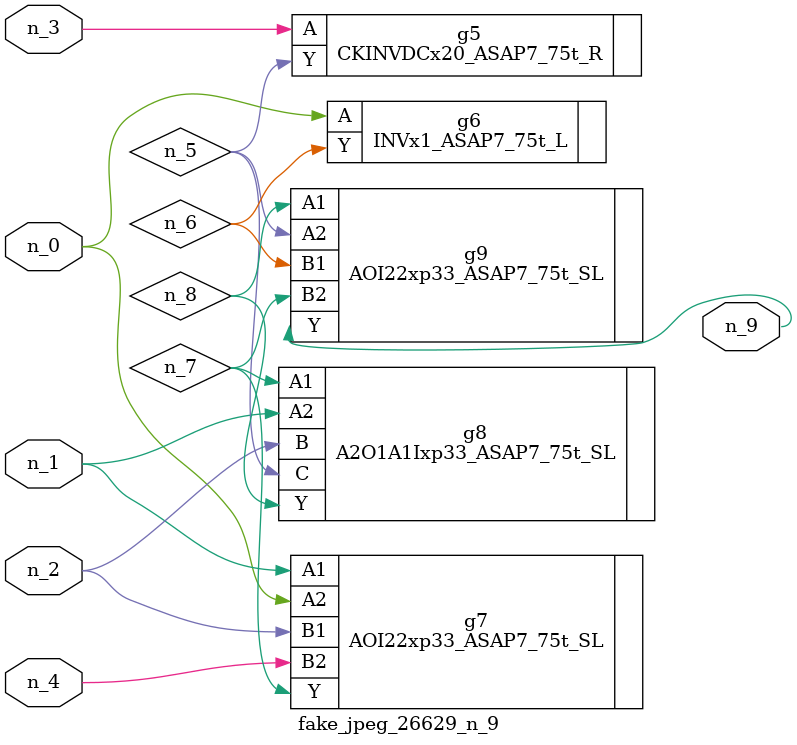
<source format=v>
module fake_jpeg_26629_n_9 (n_3, n_2, n_1, n_0, n_4, n_9);

input n_3;
input n_2;
input n_1;
input n_0;
input n_4;

output n_9;

wire n_8;
wire n_6;
wire n_5;
wire n_7;

CKINVDCx20_ASAP7_75t_R g5 ( 
.A(n_3),
.Y(n_5)
);

INVx1_ASAP7_75t_L g6 ( 
.A(n_0),
.Y(n_6)
);

AOI22xp33_ASAP7_75t_SL g7 ( 
.A1(n_1),
.A2(n_0),
.B1(n_2),
.B2(n_4),
.Y(n_7)
);

A2O1A1Ixp33_ASAP7_75t_SL g8 ( 
.A1(n_7),
.A2(n_1),
.B(n_2),
.C(n_5),
.Y(n_8)
);

AOI22xp33_ASAP7_75t_SL g9 ( 
.A1(n_8),
.A2(n_5),
.B1(n_6),
.B2(n_7),
.Y(n_9)
);


endmodule
</source>
